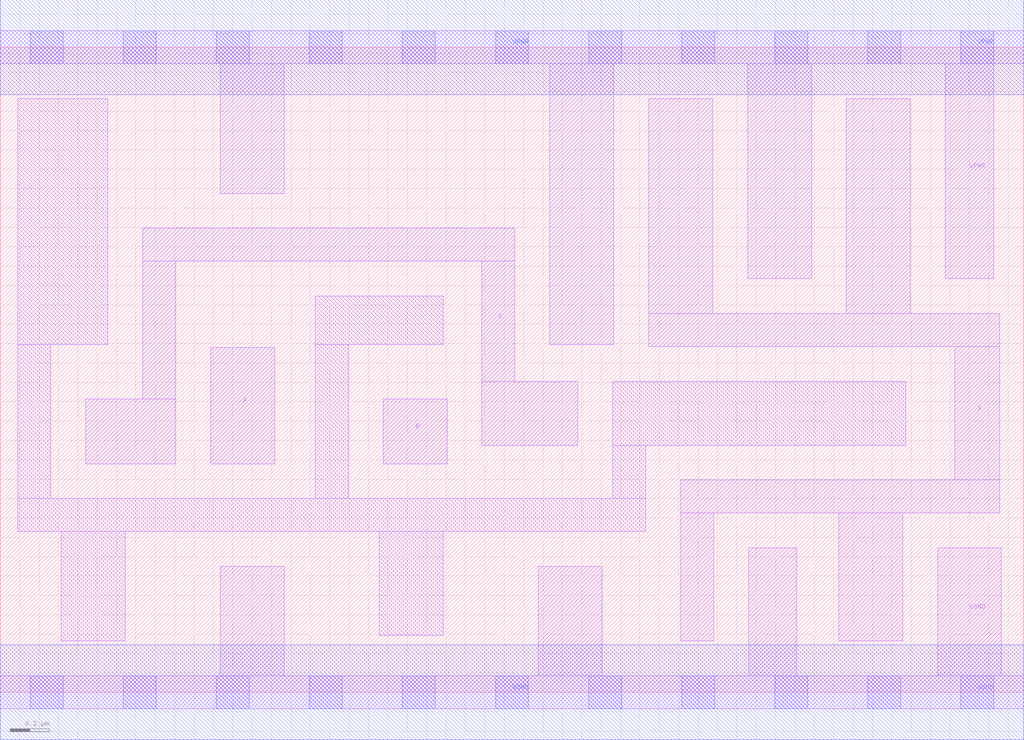
<source format=lef>
# Copyright 2020 The SkyWater PDK Authors
#
# Licensed under the Apache License, Version 2.0 (the "License");
# you may not use this file except in compliance with the License.
# You may obtain a copy of the License at
#
#     https://www.apache.org/licenses/LICENSE-2.0
#
# Unless required by applicable law or agreed to in writing, software
# distributed under the License is distributed on an "AS IS" BASIS,
# WITHOUT WARRANTIES OR CONDITIONS OF ANY KIND, either express or implied.
# See the License for the specific language governing permissions and
# limitations under the License.
#
# SPDX-License-Identifier: Apache-2.0

VERSION 5.7 ;
  NAMESCASESENSITIVE ON ;
  NOWIREEXTENSIONATPIN ON ;
  DIVIDERCHAR "/" ;
  BUSBITCHARS "[]" ;
UNITS
  DATABASE MICRONS 200 ;
END UNITS
MACRO sky130_fd_sc_lp__maj3_4
  CLASS CORE ;
  SOURCE USER ;
  FOREIGN sky130_fd_sc_lp__maj3_4 ;
  ORIGIN  0.000000  0.000000 ;
  SIZE  5.280000 BY  3.330000 ;
  SYMMETRY X Y R90 ;
  SITE unit ;
  PIN A
    ANTENNAGATEAREA  0.630000 ;
    DIRECTION INPUT ;
    USE SIGNAL ;
    PORT
      LAYER li1 ;
        RECT 1.085000 1.180000 1.415000 1.780000 ;
    END
  END A
  PIN B
    ANTENNAGATEAREA  0.630000 ;
    DIRECTION INPUT ;
    USE SIGNAL ;
    PORT
      LAYER li1 ;
        RECT 1.975000 1.180000 2.305000 1.515000 ;
    END
  END B
  PIN C
    ANTENNAGATEAREA  0.630000 ;
    DIRECTION INPUT ;
    USE SIGNAL ;
    PORT
      LAYER li1 ;
        RECT 0.440000 1.180000 0.905000 1.515000 ;
        RECT 0.735000 1.515000 0.905000 2.225000 ;
        RECT 0.735000 2.225000 2.655000 2.395000 ;
        RECT 2.485000 1.275000 2.980000 1.605000 ;
        RECT 2.485000 1.605000 2.655000 2.225000 ;
    END
  END C
  PIN X
    ANTENNADIFFAREA  1.209600 ;
    DIRECTION OUTPUT ;
    USE SIGNAL ;
    PORT
      LAYER li1 ;
        RECT 3.345000 1.785000 5.155000 1.955000 ;
        RECT 3.345000 1.955000 3.675000 3.065000 ;
        RECT 3.510000 0.265000 3.680000 0.925000 ;
        RECT 3.510000 0.925000 5.155000 1.095000 ;
        RECT 4.325000 0.265000 4.655000 0.925000 ;
        RECT 4.365000 1.955000 4.695000 3.065000 ;
        RECT 4.925000 1.095000 5.155000 1.785000 ;
    END
  END X
  PIN VGND
    DIRECTION INOUT ;
    USE GROUND ;
    PORT
      LAYER li1 ;
        RECT 0.000000 -0.085000 5.280000 0.085000 ;
        RECT 1.135000  0.085000 1.465000 0.650000 ;
        RECT 2.775000  0.085000 3.105000 0.650000 ;
        RECT 3.860000  0.085000 4.110000 0.745000 ;
        RECT 4.835000  0.085000 5.165000 0.745000 ;
      LAYER mcon ;
        RECT 0.155000 -0.085000 0.325000 0.085000 ;
        RECT 0.635000 -0.085000 0.805000 0.085000 ;
        RECT 1.115000 -0.085000 1.285000 0.085000 ;
        RECT 1.595000 -0.085000 1.765000 0.085000 ;
        RECT 2.075000 -0.085000 2.245000 0.085000 ;
        RECT 2.555000 -0.085000 2.725000 0.085000 ;
        RECT 3.035000 -0.085000 3.205000 0.085000 ;
        RECT 3.515000 -0.085000 3.685000 0.085000 ;
        RECT 3.995000 -0.085000 4.165000 0.085000 ;
        RECT 4.475000 -0.085000 4.645000 0.085000 ;
        RECT 4.955000 -0.085000 5.125000 0.085000 ;
      LAYER met1 ;
        RECT 0.000000 -0.245000 5.280000 0.245000 ;
    END
  END VGND
  PIN VPWR
    DIRECTION INOUT ;
    USE POWER ;
    PORT
      LAYER li1 ;
        RECT 0.000000 3.245000 5.280000 3.415000 ;
        RECT 1.135000 2.575000 1.465000 3.245000 ;
        RECT 2.835000 1.795000 3.165000 3.245000 ;
        RECT 3.855000 2.135000 4.185000 3.245000 ;
        RECT 4.875000 2.135000 5.125000 3.245000 ;
      LAYER mcon ;
        RECT 0.155000 3.245000 0.325000 3.415000 ;
        RECT 0.635000 3.245000 0.805000 3.415000 ;
        RECT 1.115000 3.245000 1.285000 3.415000 ;
        RECT 1.595000 3.245000 1.765000 3.415000 ;
        RECT 2.075000 3.245000 2.245000 3.415000 ;
        RECT 2.555000 3.245000 2.725000 3.415000 ;
        RECT 3.035000 3.245000 3.205000 3.415000 ;
        RECT 3.515000 3.245000 3.685000 3.415000 ;
        RECT 3.995000 3.245000 4.165000 3.415000 ;
        RECT 4.475000 3.245000 4.645000 3.415000 ;
        RECT 4.955000 3.245000 5.125000 3.415000 ;
      LAYER met1 ;
        RECT 0.000000 3.085000 5.280000 3.575000 ;
    END
  END VPWR
  OBS
    LAYER li1 ;
      RECT 0.090000 0.830000 3.330000 1.000000 ;
      RECT 0.090000 1.000000 0.260000 1.795000 ;
      RECT 0.090000 1.795000 0.555000 3.065000 ;
      RECT 0.315000 0.265000 0.645000 0.830000 ;
      RECT 1.625000 1.000000 1.795000 1.795000 ;
      RECT 1.625000 1.795000 2.285000 2.045000 ;
      RECT 1.955000 0.295000 2.285000 0.830000 ;
      RECT 3.160000 1.000000 3.330000 1.275000 ;
      RECT 3.160000 1.275000 4.670000 1.605000 ;
  END
END sky130_fd_sc_lp__maj3_4

</source>
